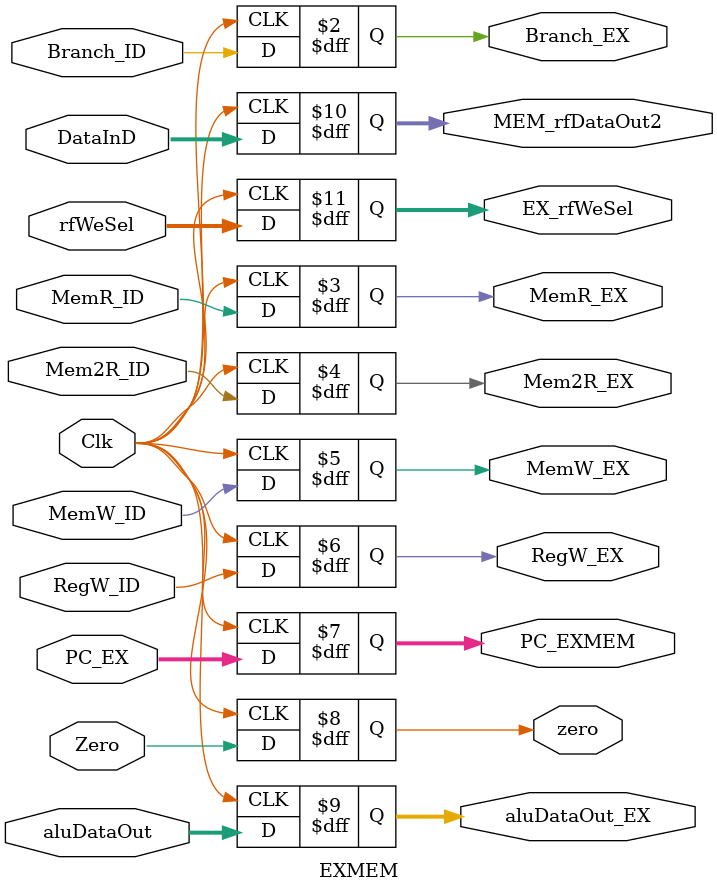
<source format=v>
module EXMEM(Branch_ID,MemR_ID,Mem2R_ID,MemW_ID,RegW_ID,PC_EX
              ,Zero,aluDataOut,DataInD,rfWeSel
              ,Branch_EX,MemR_EX,Mem2R_EX,MemW_EX
              ,RegW_EX,PC_EXMEM,zero,aluDataOut_EX
              ,MEM_rfDataOut2,EX_rfWeSel,Clk);
 //	input reg jump_ID;						
 //	input reg RegDst;						
	input  Branch_ID;						
	input  MemR_ID;					
	input  Mem2R_ID;						
	input  MemW_ID;
	input  RegW_ID;						
//	input reg Alusrc;						
//	input reg[1:0]ExtOp;
//	input reg[4:0] Aluctrl;	    
	
	input [31:0]PC_EX;     
	
	input  Zero; 
	input  [31:0] aluDataOut;          
//	input  [31:0] EX_rfDataOut2;      
	input  [31:0] DataInD;
	input  [4:0] rfWeSel;       //opCode[20:16] rt  or opCode[15:11] rd ?

  input Clk;
  
	
  	
//	output reg jump_EX;						
// 	output reg RegDst_EX;						
	output reg Branch_EX;						
	output reg MemR_EX;					
	output reg Mem2R_EX;						
	output reg MemW_EX;
	output reg RegW_EX;						
//	output reg Alusrc_ID;						
//	output reg[1:0]ExtOp_ID;
//	output reg[4:0] Aluctrl_ID;  
	
	output reg [31:0]PC_EXMEM;  
	
	output reg zero;   
	output reg [31:0] aluDataOut_EX;       
	output reg [31:0] MEM_rfDataOut2;
	output reg [4:0] EX_rfWeSel;
	
	
	always@(posedge Clk)
	begin
//	jump_EX=jump_ID;
//	RegDst_ID=RegDst_ID;
	Branch_EX=Branch_ID;	
	MemR_EX=MemR_ID;
	Mem2R_EX=Mem2R_ID;	
	MemW_EX=MemW_ID;
	RegW_EX=RegW_ID;	
//	Alusrc_EX=Alusrc_ID;					
//	ExtOp_ID=ExtOp;
//	Aluctrl_ID=Aluctrl;
	
	PC_EXMEM=PC_EX;
	
	zero=Zero;
	aluDataOut_EX=aluDataOut;
	//MEM_rfDataOut2=EX_rfDataOut2;
	MEM_rfDataOut2=DataInD;
	EX_rfWeSel=rfWeSel;
  end
	
	
	endmodule
</source>
